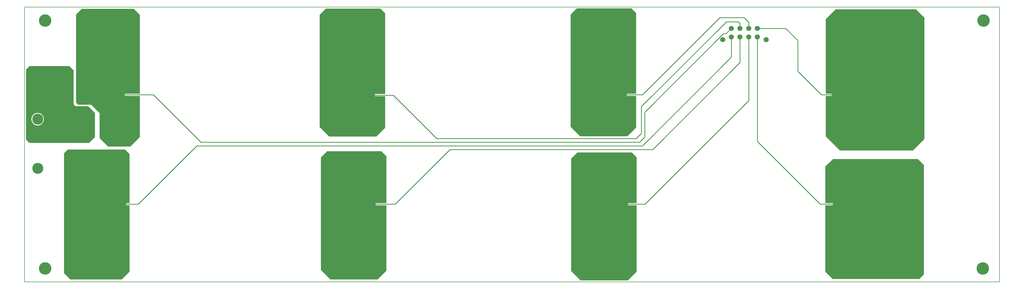
<source format=gtl>
G04*
G04 #@! TF.GenerationSoftware,Altium Limited,Altium Designer,22.4.2 (48)*
G04*
G04 Layer_Physical_Order=1*
G04 Layer_Color=255*
%FSLAX25Y25*%
%MOIN*%
G70*
G04*
G04 #@! TF.SameCoordinates,340CD510-C2A3-4888-8477-CFC9A3A3E853*
G04*
G04*
G04 #@! TF.FilePolarity,Positive*
G04*
G01*
G75*
%ADD10C,0.01000*%
%ADD11C,0.00500*%
%ADD24C,0.16929*%
%ADD25C,0.08000*%
%ADD26C,0.07000*%
%ADD27C,0.15748*%
%ADD28C,0.10158*%
%ADD29C,0.15000*%
G36*
X490500Y366500D02*
Y256529D01*
X470783D01*
X469731Y257581D01*
X469235Y257913D01*
X468650Y258029D01*
X468064Y257913D01*
X467568Y257581D01*
X467237Y257085D01*
X467120Y256500D01*
X467237Y255915D01*
X467568Y255419D01*
X469068Y253919D01*
X469564Y253587D01*
X470150Y253471D01*
X490500D01*
Y210500D01*
X478500Y198500D01*
X414500D01*
X401500Y211500D01*
Y364500D01*
X410000Y373000D01*
X484000D01*
X490500Y366500D01*
D02*
G37*
G36*
X831500Y367000D02*
Y257029D01*
X811150D01*
X810564Y256913D01*
X810068Y256581D01*
X809737Y256085D01*
X809620Y255500D01*
X809737Y254915D01*
X810068Y254419D01*
X810564Y254087D01*
X811150Y253971D01*
X831500D01*
Y211000D01*
X819500Y199000D01*
X755500D01*
X742500Y212000D01*
Y365000D01*
X750726Y373225D01*
X825274D01*
X831500Y367000D01*
D02*
G37*
G36*
X67000Y289000D02*
Y242500D01*
X69500Y240000D01*
X87000D01*
X96000Y231000D01*
Y198000D01*
X88000Y190000D01*
X7000D01*
X2500Y194500D01*
Y290000D01*
X7000Y294500D01*
X61500D01*
X67000Y289000D01*
D02*
G37*
G36*
X157000Y364500D02*
Y257029D01*
X128650D01*
X128064Y256913D01*
X127568Y256581D01*
X127237Y256085D01*
X127120Y255500D01*
X127237Y254915D01*
X127568Y254419D01*
X128064Y254087D01*
X128650Y253971D01*
X157000D01*
Y198000D01*
X144000Y185000D01*
X114000D01*
X102500Y196500D01*
Y230500D01*
X91000Y242000D01*
X73500D01*
X70500Y245000D01*
Y365000D01*
X78000Y372500D01*
X149000D01*
X157000Y364500D01*
D02*
G37*
G36*
X1223000Y360500D02*
Y195000D01*
X1207500Y179500D01*
X1108500D01*
X1089000Y199000D01*
Y253971D01*
X1104850D01*
X1105436Y254087D01*
X1105932Y254419D01*
X1106263Y254915D01*
X1106380Y255500D01*
X1106263Y256085D01*
X1105932Y256581D01*
X1105436Y256913D01*
X1104850Y257029D01*
X1089000D01*
Y358500D01*
X1102500Y372000D01*
X1211500D01*
X1223000Y360500D01*
D02*
G37*
G36*
X1222500Y160000D02*
Y11000D01*
X1215500Y4000D01*
X1215000Y4500D01*
X1098500D01*
X1088500Y14500D01*
Y104971D01*
X1106350D01*
X1106936Y105087D01*
X1107432Y105419D01*
X1107763Y105915D01*
X1107880Y106500D01*
X1107763Y107085D01*
X1107432Y107581D01*
X1106936Y107913D01*
X1106350Y108029D01*
X1088500D01*
Y158000D01*
X1099000Y168000D01*
X1214500D01*
X1222500Y160000D01*
D02*
G37*
G36*
X492000Y172000D02*
Y108029D01*
X469650D01*
X469064Y107913D01*
X468568Y107581D01*
X468237Y107085D01*
X468120Y106500D01*
X468237Y105915D01*
X468568Y105419D01*
X469064Y105087D01*
X469650Y104971D01*
X492000D01*
Y16000D01*
X480000Y4000D01*
X416000D01*
X403000Y17000D01*
Y170000D01*
X411500Y178500D01*
X485500D01*
X492000Y172000D01*
D02*
G37*
G36*
X143000Y175000D02*
Y108029D01*
X130650D01*
X130064Y107913D01*
X129568Y107581D01*
X129237Y107085D01*
X129120Y106500D01*
X129237Y105915D01*
X129568Y105419D01*
X130064Y105087D01*
X130650Y104971D01*
X143000D01*
Y14500D01*
X132500Y4000D01*
X62500D01*
X54000Y12500D01*
Y176000D01*
X59000Y181000D01*
X137000D01*
X143000Y175000D01*
D02*
G37*
G36*
X832000Y170500D02*
Y108029D01*
X812650D01*
X812064Y107913D01*
X811568Y107581D01*
X811237Y107085D01*
X811120Y106500D01*
X811237Y105915D01*
X811568Y105419D01*
X812064Y105087D01*
X812650Y104971D01*
X832000D01*
Y14500D01*
X820000Y2500D01*
X756000D01*
X743000Y15500D01*
Y168500D01*
X751500Y177000D01*
X825500D01*
X832000Y170500D01*
D02*
G37*
%LPC*%
G36*
X19144Y230701D02*
X17470D01*
X15828Y230374D01*
X14281Y229733D01*
X12889Y228803D01*
X11705Y227619D01*
X10774Y226227D01*
X10134Y224680D01*
X9807Y223038D01*
Y221364D01*
X10134Y219721D01*
X10774Y218175D01*
X11705Y216782D01*
X12889Y215598D01*
X14281Y214668D01*
X15828Y214027D01*
X17470Y213701D01*
X19144D01*
X20786Y214027D01*
X22333Y214668D01*
X23726Y215598D01*
X24909Y216782D01*
X25840Y218175D01*
X26480Y219721D01*
X26807Y221364D01*
Y223038D01*
X26480Y224680D01*
X25840Y226227D01*
X24909Y227619D01*
X23726Y228803D01*
X22333Y229733D01*
X20786Y230374D01*
X19144Y230701D01*
D02*
G37*
%LPD*%
D10*
X843500Y106500D02*
X984400Y247400D01*
Y334200D01*
X812650Y106500D02*
X843500D01*
X996200Y191800D02*
Y334200D01*
Y191800D02*
X1081500Y106500D01*
X1106350D01*
X1034500Y346000D02*
X1051000Y329500D01*
X996000Y346000D02*
X1034500D01*
X1051000Y287500D02*
Y329500D01*
Y287500D02*
X1083000Y255500D01*
X1104850D01*
X984400Y346000D02*
Y354100D01*
X978000Y360500D02*
X984400Y354100D01*
X945000Y360500D02*
X978000D01*
X811150Y255500D02*
X840000D01*
X945000Y360500D01*
X954000Y355000D02*
X970000D01*
X838500Y239500D02*
X954000Y355000D01*
X970000D02*
X972600Y352400D01*
X838500Y203000D02*
Y239500D01*
X843000Y198000D02*
Y231571D01*
X950140Y338712D01*
X953512D02*
X960800Y346000D01*
X950140Y338712D02*
X953512D01*
X840000Y186000D02*
X960800Y306800D01*
Y334200D01*
X240000Y191000D02*
X836000D01*
X175500Y255500D02*
X240000Y191000D01*
X836000D02*
X843000Y198000D01*
X234500Y186000D02*
X840000D01*
X155000Y106500D02*
X234500Y186000D01*
X504000Y106500D02*
X578500Y181000D01*
X854000D02*
X972600Y299600D01*
X578500Y181000D02*
X854000D01*
X972600Y299600D02*
Y334200D01*
X560500Y196000D02*
X831500D01*
X838500Y203000D01*
X501500Y255000D02*
X560500Y196000D01*
X469650Y106500D02*
X504000D01*
X130650D02*
X155000D01*
X128650Y255500D02*
X175500D01*
X972600Y346000D02*
Y352400D01*
X470150Y255000D02*
X501500D01*
X468650Y256500D02*
X470150Y255000D01*
D11*
X500Y500D02*
X1325000D01*
X1325000Y375000D02*
X1325000Y500D01*
X500Y375000D02*
X1325000D01*
X500D02*
X500Y500D01*
D24*
X28500Y356500D02*
D03*
X1303500D02*
D03*
X1302500Y19000D02*
D03*
X28500D02*
D03*
D25*
X43000Y285000D02*
D03*
X82000D02*
D03*
Y271500D02*
D03*
X43000D02*
D03*
D26*
X949000Y330500D02*
D03*
X1008000D02*
D03*
X996000Y346000D02*
D03*
X996200Y334200D02*
D03*
X984400D02*
D03*
Y346000D02*
D03*
X972600D02*
D03*
X960800D02*
D03*
Y334200D02*
D03*
X972600D02*
D03*
D27*
X1207500Y35650D02*
D03*
Y329350D02*
D03*
X1104850Y255500D02*
D03*
X811150D02*
D03*
X812650Y106500D02*
D03*
X1106350D02*
D03*
X422350Y255500D02*
D03*
X128650D02*
D03*
X130650Y106500D02*
D03*
X424350D02*
D03*
X469650D02*
D03*
X763350D02*
D03*
X762350Y256500D02*
D03*
X468650D02*
D03*
D28*
X70000Y174000D02*
D03*
X82520Y203500D02*
D03*
Y174000D02*
D03*
X70000Y203500D02*
D03*
D29*
X18307Y155299D02*
D03*
Y222201D02*
D03*
M02*

</source>
